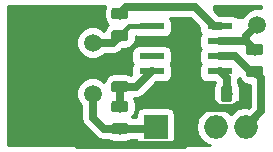
<source format=gbr>
G04 #@! TF.GenerationSoftware,KiCad,Pcbnew,(5.0.0)*
G04 #@! TF.CreationDate,2019-04-02T12:17:06-04:00*
G04 #@! TF.ProjectId,voltage-regulator-module,766F6C746167652D726567756C61746F,rev?*
G04 #@! TF.SameCoordinates,Original*
G04 #@! TF.FileFunction,Copper,L2,Bot,Signal*
G04 #@! TF.FilePolarity,Positive*
%FSLAX46Y46*%
G04 Gerber Fmt 4.6, Leading zero omitted, Abs format (unit mm)*
G04 Created by KiCad (PCBNEW (5.0.0)) date 04/02/19 12:17:06*
%MOMM*%
%LPD*%
G01*
G04 APERTURE LIST*
G04 #@! TA.AperFunction,ComponentPad*
%ADD10R,2.000000X2.000000*%
G04 #@! TD*
G04 #@! TA.AperFunction,ComponentPad*
%ADD11O,2.000000X2.000000*%
G04 #@! TD*
G04 #@! TA.AperFunction,SMDPad,CuDef*
%ADD12R,2.150000X0.600000*%
G04 #@! TD*
G04 #@! TA.AperFunction,SMDPad,CuDef*
%ADD13R,2.400000X3.100000*%
G04 #@! TD*
G04 #@! TA.AperFunction,Conductor*
%ADD14C,0.100000*%
G04 #@! TD*
G04 #@! TA.AperFunction,SMDPad,CuDef*
%ADD15C,0.975000*%
G04 #@! TD*
G04 #@! TA.AperFunction,ViaPad*
%ADD16C,1.500000*%
G04 #@! TD*
G04 #@! TA.AperFunction,ViaPad*
%ADD17C,0.793750*%
G04 #@! TD*
G04 #@! TA.AperFunction,Conductor*
%ADD18C,0.635000*%
G04 #@! TD*
G04 #@! TA.AperFunction,Conductor*
%ADD19C,0.381000*%
G04 #@! TD*
G04 #@! TA.AperFunction,Conductor*
%ADD20C,0.508000*%
G04 #@! TD*
G04 #@! TA.AperFunction,Conductor*
%ADD21C,0.254000*%
G04 #@! TD*
G04 #@! TA.AperFunction,NonConductor*
%ADD22C,0.254000*%
G04 #@! TD*
G04 APERTURE END LIST*
D10*
G04 #@! TO.P,J1,1*
G04 #@! TO.N,/Vout*
X191008000Y-125222000D03*
D11*
G04 #@! TO.P,J1,2*
G04 #@! TO.N,GND*
X193548000Y-125222000D03*
G04 #@! TO.P,J1,3*
G04 #@! TO.N,/Vin*
X196088000Y-125222000D03*
G04 #@! TO.P,J1,4*
G04 #@! TO.N,/EN*
X198628000Y-125222000D03*
G04 #@! TD*
D12*
G04 #@! TO.P,U1,1*
G04 #@! TO.N,Net-(C3-Pad2)*
X196423000Y-116713000D03*
G04 #@! TO.P,U1,2*
G04 #@! TO.N,/Vin*
X196423000Y-117983000D03*
G04 #@! TO.P,U1,3*
G04 #@! TO.N,/EN*
X196423000Y-119253000D03*
G04 #@! TO.P,U1,4*
G04 #@! TO.N,Net-(R2-Pad1)*
X196423000Y-120523000D03*
G04 #@! TO.P,U1,5*
G04 #@! TO.N,Net-(R3-Pad2)*
X190673000Y-120523000D03*
G04 #@! TO.P,U1,6*
G04 #@! TO.N,Net-(U1-Pad6)*
X190673000Y-119253000D03*
G04 #@! TO.P,U1,7*
G04 #@! TO.N,GND*
X190673000Y-117983000D03*
G04 #@! TO.P,U1,8*
G04 #@! TO.N,Net-(C3-Pad1)*
X190673000Y-116713000D03*
D13*
G04 #@! TO.P,U1,0*
G04 #@! TO.N,GND*
X193548000Y-118618000D03*
G04 #@! TD*
D14*
G04 #@! TO.N,Net-(C3-Pad1)*
G04 #@! TO.C,C3*
G36*
X188440142Y-117037174D02*
X188463803Y-117040684D01*
X188487007Y-117046496D01*
X188509529Y-117054554D01*
X188531153Y-117064782D01*
X188551670Y-117077079D01*
X188570883Y-117091329D01*
X188588607Y-117107393D01*
X188604671Y-117125117D01*
X188618921Y-117144330D01*
X188631218Y-117164847D01*
X188641446Y-117186471D01*
X188649504Y-117208993D01*
X188655316Y-117232197D01*
X188658826Y-117255858D01*
X188660000Y-117279750D01*
X188660000Y-117767250D01*
X188658826Y-117791142D01*
X188655316Y-117814803D01*
X188649504Y-117838007D01*
X188641446Y-117860529D01*
X188631218Y-117882153D01*
X188618921Y-117902670D01*
X188604671Y-117921883D01*
X188588607Y-117939607D01*
X188570883Y-117955671D01*
X188551670Y-117969921D01*
X188531153Y-117982218D01*
X188509529Y-117992446D01*
X188487007Y-118000504D01*
X188463803Y-118006316D01*
X188440142Y-118009826D01*
X188416250Y-118011000D01*
X187503750Y-118011000D01*
X187479858Y-118009826D01*
X187456197Y-118006316D01*
X187432993Y-118000504D01*
X187410471Y-117992446D01*
X187388847Y-117982218D01*
X187368330Y-117969921D01*
X187349117Y-117955671D01*
X187331393Y-117939607D01*
X187315329Y-117921883D01*
X187301079Y-117902670D01*
X187288782Y-117882153D01*
X187278554Y-117860529D01*
X187270496Y-117838007D01*
X187264684Y-117814803D01*
X187261174Y-117791142D01*
X187260000Y-117767250D01*
X187260000Y-117279750D01*
X187261174Y-117255858D01*
X187264684Y-117232197D01*
X187270496Y-117208993D01*
X187278554Y-117186471D01*
X187288782Y-117164847D01*
X187301079Y-117144330D01*
X187315329Y-117125117D01*
X187331393Y-117107393D01*
X187349117Y-117091329D01*
X187368330Y-117077079D01*
X187388847Y-117064782D01*
X187410471Y-117054554D01*
X187432993Y-117046496D01*
X187456197Y-117040684D01*
X187479858Y-117037174D01*
X187503750Y-117036000D01*
X188416250Y-117036000D01*
X188440142Y-117037174D01*
X188440142Y-117037174D01*
G37*
D15*
G04 #@! TD*
G04 #@! TO.P,C3,1*
G04 #@! TO.N,Net-(C3-Pad1)*
X187960000Y-117523500D03*
D14*
G04 #@! TO.N,Net-(C3-Pad2)*
G04 #@! TO.C,C3*
G36*
X188440142Y-115162174D02*
X188463803Y-115165684D01*
X188487007Y-115171496D01*
X188509529Y-115179554D01*
X188531153Y-115189782D01*
X188551670Y-115202079D01*
X188570883Y-115216329D01*
X188588607Y-115232393D01*
X188604671Y-115250117D01*
X188618921Y-115269330D01*
X188631218Y-115289847D01*
X188641446Y-115311471D01*
X188649504Y-115333993D01*
X188655316Y-115357197D01*
X188658826Y-115380858D01*
X188660000Y-115404750D01*
X188660000Y-115892250D01*
X188658826Y-115916142D01*
X188655316Y-115939803D01*
X188649504Y-115963007D01*
X188641446Y-115985529D01*
X188631218Y-116007153D01*
X188618921Y-116027670D01*
X188604671Y-116046883D01*
X188588607Y-116064607D01*
X188570883Y-116080671D01*
X188551670Y-116094921D01*
X188531153Y-116107218D01*
X188509529Y-116117446D01*
X188487007Y-116125504D01*
X188463803Y-116131316D01*
X188440142Y-116134826D01*
X188416250Y-116136000D01*
X187503750Y-116136000D01*
X187479858Y-116134826D01*
X187456197Y-116131316D01*
X187432993Y-116125504D01*
X187410471Y-116117446D01*
X187388847Y-116107218D01*
X187368330Y-116094921D01*
X187349117Y-116080671D01*
X187331393Y-116064607D01*
X187315329Y-116046883D01*
X187301079Y-116027670D01*
X187288782Y-116007153D01*
X187278554Y-115985529D01*
X187270496Y-115963007D01*
X187264684Y-115939803D01*
X187261174Y-115916142D01*
X187260000Y-115892250D01*
X187260000Y-115404750D01*
X187261174Y-115380858D01*
X187264684Y-115357197D01*
X187270496Y-115333993D01*
X187278554Y-115311471D01*
X187288782Y-115289847D01*
X187301079Y-115269330D01*
X187315329Y-115250117D01*
X187331393Y-115232393D01*
X187349117Y-115216329D01*
X187368330Y-115202079D01*
X187388847Y-115189782D01*
X187410471Y-115179554D01*
X187432993Y-115171496D01*
X187456197Y-115165684D01*
X187479858Y-115162174D01*
X187503750Y-115161000D01*
X188416250Y-115161000D01*
X188440142Y-115162174D01*
X188440142Y-115162174D01*
G37*
D15*
G04 #@! TD*
G04 #@! TO.P,C3,2*
G04 #@! TO.N,Net-(C3-Pad2)*
X187960000Y-115648500D03*
D14*
G04 #@! TO.N,/EN*
G04 #@! TO.C,R1*
G36*
X199870142Y-120085174D02*
X199893803Y-120088684D01*
X199917007Y-120094496D01*
X199939529Y-120102554D01*
X199961153Y-120112782D01*
X199981670Y-120125079D01*
X200000883Y-120139329D01*
X200018607Y-120155393D01*
X200034671Y-120173117D01*
X200048921Y-120192330D01*
X200061218Y-120212847D01*
X200071446Y-120234471D01*
X200079504Y-120256993D01*
X200085316Y-120280197D01*
X200088826Y-120303858D01*
X200090000Y-120327750D01*
X200090000Y-120815250D01*
X200088826Y-120839142D01*
X200085316Y-120862803D01*
X200079504Y-120886007D01*
X200071446Y-120908529D01*
X200061218Y-120930153D01*
X200048921Y-120950670D01*
X200034671Y-120969883D01*
X200018607Y-120987607D01*
X200000883Y-121003671D01*
X199981670Y-121017921D01*
X199961153Y-121030218D01*
X199939529Y-121040446D01*
X199917007Y-121048504D01*
X199893803Y-121054316D01*
X199870142Y-121057826D01*
X199846250Y-121059000D01*
X198933750Y-121059000D01*
X198909858Y-121057826D01*
X198886197Y-121054316D01*
X198862993Y-121048504D01*
X198840471Y-121040446D01*
X198818847Y-121030218D01*
X198798330Y-121017921D01*
X198779117Y-121003671D01*
X198761393Y-120987607D01*
X198745329Y-120969883D01*
X198731079Y-120950670D01*
X198718782Y-120930153D01*
X198708554Y-120908529D01*
X198700496Y-120886007D01*
X198694684Y-120862803D01*
X198691174Y-120839142D01*
X198690000Y-120815250D01*
X198690000Y-120327750D01*
X198691174Y-120303858D01*
X198694684Y-120280197D01*
X198700496Y-120256993D01*
X198708554Y-120234471D01*
X198718782Y-120212847D01*
X198731079Y-120192330D01*
X198745329Y-120173117D01*
X198761393Y-120155393D01*
X198779117Y-120139329D01*
X198798330Y-120125079D01*
X198818847Y-120112782D01*
X198840471Y-120102554D01*
X198862993Y-120094496D01*
X198886197Y-120088684D01*
X198909858Y-120085174D01*
X198933750Y-120084000D01*
X199846250Y-120084000D01*
X199870142Y-120085174D01*
X199870142Y-120085174D01*
G37*
D15*
G04 #@! TD*
G04 #@! TO.P,R1,2*
G04 #@! TO.N,/EN*
X199390000Y-120571500D03*
D14*
G04 #@! TO.N,/Vin*
G04 #@! TO.C,R1*
G36*
X199870142Y-118210174D02*
X199893803Y-118213684D01*
X199917007Y-118219496D01*
X199939529Y-118227554D01*
X199961153Y-118237782D01*
X199981670Y-118250079D01*
X200000883Y-118264329D01*
X200018607Y-118280393D01*
X200034671Y-118298117D01*
X200048921Y-118317330D01*
X200061218Y-118337847D01*
X200071446Y-118359471D01*
X200079504Y-118381993D01*
X200085316Y-118405197D01*
X200088826Y-118428858D01*
X200090000Y-118452750D01*
X200090000Y-118940250D01*
X200088826Y-118964142D01*
X200085316Y-118987803D01*
X200079504Y-119011007D01*
X200071446Y-119033529D01*
X200061218Y-119055153D01*
X200048921Y-119075670D01*
X200034671Y-119094883D01*
X200018607Y-119112607D01*
X200000883Y-119128671D01*
X199981670Y-119142921D01*
X199961153Y-119155218D01*
X199939529Y-119165446D01*
X199917007Y-119173504D01*
X199893803Y-119179316D01*
X199870142Y-119182826D01*
X199846250Y-119184000D01*
X198933750Y-119184000D01*
X198909858Y-119182826D01*
X198886197Y-119179316D01*
X198862993Y-119173504D01*
X198840471Y-119165446D01*
X198818847Y-119155218D01*
X198798330Y-119142921D01*
X198779117Y-119128671D01*
X198761393Y-119112607D01*
X198745329Y-119094883D01*
X198731079Y-119075670D01*
X198718782Y-119055153D01*
X198708554Y-119033529D01*
X198700496Y-119011007D01*
X198694684Y-118987803D01*
X198691174Y-118964142D01*
X198690000Y-118940250D01*
X198690000Y-118452750D01*
X198691174Y-118428858D01*
X198694684Y-118405197D01*
X198700496Y-118381993D01*
X198708554Y-118359471D01*
X198718782Y-118337847D01*
X198731079Y-118317330D01*
X198745329Y-118298117D01*
X198761393Y-118280393D01*
X198779117Y-118264329D01*
X198798330Y-118250079D01*
X198818847Y-118237782D01*
X198840471Y-118227554D01*
X198862993Y-118219496D01*
X198886197Y-118213684D01*
X198909858Y-118210174D01*
X198933750Y-118209000D01*
X199846250Y-118209000D01*
X199870142Y-118210174D01*
X199870142Y-118210174D01*
G37*
D15*
G04 #@! TD*
G04 #@! TO.P,R1,1*
G04 #@! TO.N,/Vin*
X199390000Y-118696500D03*
D14*
G04 #@! TO.N,Net-(R2-Pad1)*
G04 #@! TO.C,R2*
G36*
X197293142Y-121729174D02*
X197316803Y-121732684D01*
X197340007Y-121738496D01*
X197362529Y-121746554D01*
X197384153Y-121756782D01*
X197404670Y-121769079D01*
X197423883Y-121783329D01*
X197441607Y-121799393D01*
X197457671Y-121817117D01*
X197471921Y-121836330D01*
X197484218Y-121856847D01*
X197494446Y-121878471D01*
X197502504Y-121900993D01*
X197508316Y-121924197D01*
X197511826Y-121947858D01*
X197513000Y-121971750D01*
X197513000Y-122884250D01*
X197511826Y-122908142D01*
X197508316Y-122931803D01*
X197502504Y-122955007D01*
X197494446Y-122977529D01*
X197484218Y-122999153D01*
X197471921Y-123019670D01*
X197457671Y-123038883D01*
X197441607Y-123056607D01*
X197423883Y-123072671D01*
X197404670Y-123086921D01*
X197384153Y-123099218D01*
X197362529Y-123109446D01*
X197340007Y-123117504D01*
X197316803Y-123123316D01*
X197293142Y-123126826D01*
X197269250Y-123128000D01*
X196781750Y-123128000D01*
X196757858Y-123126826D01*
X196734197Y-123123316D01*
X196710993Y-123117504D01*
X196688471Y-123109446D01*
X196666847Y-123099218D01*
X196646330Y-123086921D01*
X196627117Y-123072671D01*
X196609393Y-123056607D01*
X196593329Y-123038883D01*
X196579079Y-123019670D01*
X196566782Y-122999153D01*
X196556554Y-122977529D01*
X196548496Y-122955007D01*
X196542684Y-122931803D01*
X196539174Y-122908142D01*
X196538000Y-122884250D01*
X196538000Y-121971750D01*
X196539174Y-121947858D01*
X196542684Y-121924197D01*
X196548496Y-121900993D01*
X196556554Y-121878471D01*
X196566782Y-121856847D01*
X196579079Y-121836330D01*
X196593329Y-121817117D01*
X196609393Y-121799393D01*
X196627117Y-121783329D01*
X196646330Y-121769079D01*
X196666847Y-121756782D01*
X196688471Y-121746554D01*
X196710993Y-121738496D01*
X196734197Y-121732684D01*
X196757858Y-121729174D01*
X196781750Y-121728000D01*
X197269250Y-121728000D01*
X197293142Y-121729174D01*
X197293142Y-121729174D01*
G37*
D15*
G04 #@! TD*
G04 #@! TO.P,R2,1*
G04 #@! TO.N,Net-(R2-Pad1)*
X197025500Y-122428000D03*
D14*
G04 #@! TO.N,GND*
G04 #@! TO.C,R2*
G36*
X195418142Y-121729174D02*
X195441803Y-121732684D01*
X195465007Y-121738496D01*
X195487529Y-121746554D01*
X195509153Y-121756782D01*
X195529670Y-121769079D01*
X195548883Y-121783329D01*
X195566607Y-121799393D01*
X195582671Y-121817117D01*
X195596921Y-121836330D01*
X195609218Y-121856847D01*
X195619446Y-121878471D01*
X195627504Y-121900993D01*
X195633316Y-121924197D01*
X195636826Y-121947858D01*
X195638000Y-121971750D01*
X195638000Y-122884250D01*
X195636826Y-122908142D01*
X195633316Y-122931803D01*
X195627504Y-122955007D01*
X195619446Y-122977529D01*
X195609218Y-122999153D01*
X195596921Y-123019670D01*
X195582671Y-123038883D01*
X195566607Y-123056607D01*
X195548883Y-123072671D01*
X195529670Y-123086921D01*
X195509153Y-123099218D01*
X195487529Y-123109446D01*
X195465007Y-123117504D01*
X195441803Y-123123316D01*
X195418142Y-123126826D01*
X195394250Y-123128000D01*
X194906750Y-123128000D01*
X194882858Y-123126826D01*
X194859197Y-123123316D01*
X194835993Y-123117504D01*
X194813471Y-123109446D01*
X194791847Y-123099218D01*
X194771330Y-123086921D01*
X194752117Y-123072671D01*
X194734393Y-123056607D01*
X194718329Y-123038883D01*
X194704079Y-123019670D01*
X194691782Y-122999153D01*
X194681554Y-122977529D01*
X194673496Y-122955007D01*
X194667684Y-122931803D01*
X194664174Y-122908142D01*
X194663000Y-122884250D01*
X194663000Y-121971750D01*
X194664174Y-121947858D01*
X194667684Y-121924197D01*
X194673496Y-121900993D01*
X194681554Y-121878471D01*
X194691782Y-121856847D01*
X194704079Y-121836330D01*
X194718329Y-121817117D01*
X194734393Y-121799393D01*
X194752117Y-121783329D01*
X194771330Y-121769079D01*
X194791847Y-121756782D01*
X194813471Y-121746554D01*
X194835993Y-121738496D01*
X194859197Y-121732684D01*
X194882858Y-121729174D01*
X194906750Y-121728000D01*
X195394250Y-121728000D01*
X195418142Y-121729174D01*
X195418142Y-121729174D01*
G37*
D15*
G04 #@! TD*
G04 #@! TO.P,R2,2*
G04 #@! TO.N,GND*
X195150500Y-122428000D03*
D14*
G04 #@! TO.N,Net-(R3-Pad2)*
G04 #@! TO.C,R3*
G36*
X188440142Y-123036174D02*
X188463803Y-123039684D01*
X188487007Y-123045496D01*
X188509529Y-123053554D01*
X188531153Y-123063782D01*
X188551670Y-123076079D01*
X188570883Y-123090329D01*
X188588607Y-123106393D01*
X188604671Y-123124117D01*
X188618921Y-123143330D01*
X188631218Y-123163847D01*
X188641446Y-123185471D01*
X188649504Y-123207993D01*
X188655316Y-123231197D01*
X188658826Y-123254858D01*
X188660000Y-123278750D01*
X188660000Y-123766250D01*
X188658826Y-123790142D01*
X188655316Y-123813803D01*
X188649504Y-123837007D01*
X188641446Y-123859529D01*
X188631218Y-123881153D01*
X188618921Y-123901670D01*
X188604671Y-123920883D01*
X188588607Y-123938607D01*
X188570883Y-123954671D01*
X188551670Y-123968921D01*
X188531153Y-123981218D01*
X188509529Y-123991446D01*
X188487007Y-123999504D01*
X188463803Y-124005316D01*
X188440142Y-124008826D01*
X188416250Y-124010000D01*
X187503750Y-124010000D01*
X187479858Y-124008826D01*
X187456197Y-124005316D01*
X187432993Y-123999504D01*
X187410471Y-123991446D01*
X187388847Y-123981218D01*
X187368330Y-123968921D01*
X187349117Y-123954671D01*
X187331393Y-123938607D01*
X187315329Y-123920883D01*
X187301079Y-123901670D01*
X187288782Y-123881153D01*
X187278554Y-123859529D01*
X187270496Y-123837007D01*
X187264684Y-123813803D01*
X187261174Y-123790142D01*
X187260000Y-123766250D01*
X187260000Y-123278750D01*
X187261174Y-123254858D01*
X187264684Y-123231197D01*
X187270496Y-123207993D01*
X187278554Y-123185471D01*
X187288782Y-123163847D01*
X187301079Y-123143330D01*
X187315329Y-123124117D01*
X187331393Y-123106393D01*
X187349117Y-123090329D01*
X187368330Y-123076079D01*
X187388847Y-123063782D01*
X187410471Y-123053554D01*
X187432993Y-123045496D01*
X187456197Y-123039684D01*
X187479858Y-123036174D01*
X187503750Y-123035000D01*
X188416250Y-123035000D01*
X188440142Y-123036174D01*
X188440142Y-123036174D01*
G37*
D15*
G04 #@! TD*
G04 #@! TO.P,R3,2*
G04 #@! TO.N,Net-(R3-Pad2)*
X187960000Y-123522500D03*
D14*
G04 #@! TO.N,/Vout*
G04 #@! TO.C,R3*
G36*
X188440142Y-124911174D02*
X188463803Y-124914684D01*
X188487007Y-124920496D01*
X188509529Y-124928554D01*
X188531153Y-124938782D01*
X188551670Y-124951079D01*
X188570883Y-124965329D01*
X188588607Y-124981393D01*
X188604671Y-124999117D01*
X188618921Y-125018330D01*
X188631218Y-125038847D01*
X188641446Y-125060471D01*
X188649504Y-125082993D01*
X188655316Y-125106197D01*
X188658826Y-125129858D01*
X188660000Y-125153750D01*
X188660000Y-125641250D01*
X188658826Y-125665142D01*
X188655316Y-125688803D01*
X188649504Y-125712007D01*
X188641446Y-125734529D01*
X188631218Y-125756153D01*
X188618921Y-125776670D01*
X188604671Y-125795883D01*
X188588607Y-125813607D01*
X188570883Y-125829671D01*
X188551670Y-125843921D01*
X188531153Y-125856218D01*
X188509529Y-125866446D01*
X188487007Y-125874504D01*
X188463803Y-125880316D01*
X188440142Y-125883826D01*
X188416250Y-125885000D01*
X187503750Y-125885000D01*
X187479858Y-125883826D01*
X187456197Y-125880316D01*
X187432993Y-125874504D01*
X187410471Y-125866446D01*
X187388847Y-125856218D01*
X187368330Y-125843921D01*
X187349117Y-125829671D01*
X187331393Y-125813607D01*
X187315329Y-125795883D01*
X187301079Y-125776670D01*
X187288782Y-125756153D01*
X187278554Y-125734529D01*
X187270496Y-125712007D01*
X187264684Y-125688803D01*
X187261174Y-125665142D01*
X187260000Y-125641250D01*
X187260000Y-125153750D01*
X187261174Y-125129858D01*
X187264684Y-125106197D01*
X187270496Y-125082993D01*
X187278554Y-125060471D01*
X187288782Y-125038847D01*
X187301079Y-125018330D01*
X187315329Y-124999117D01*
X187331393Y-124981393D01*
X187349117Y-124965329D01*
X187368330Y-124951079D01*
X187388847Y-124938782D01*
X187410471Y-124928554D01*
X187432993Y-124920496D01*
X187456197Y-124914684D01*
X187479858Y-124911174D01*
X187503750Y-124910000D01*
X188416250Y-124910000D01*
X188440142Y-124911174D01*
X188440142Y-124911174D01*
G37*
D15*
G04 #@! TD*
G04 #@! TO.P,R3,1*
G04 #@! TO.N,/Vout*
X187960000Y-125397500D03*
D14*
G04 #@! TO.N,Net-(R3-Pad2)*
G04 #@! TO.C,R4*
G36*
X188440142Y-121355174D02*
X188463803Y-121358684D01*
X188487007Y-121364496D01*
X188509529Y-121372554D01*
X188531153Y-121382782D01*
X188551670Y-121395079D01*
X188570883Y-121409329D01*
X188588607Y-121425393D01*
X188604671Y-121443117D01*
X188618921Y-121462330D01*
X188631218Y-121482847D01*
X188641446Y-121504471D01*
X188649504Y-121526993D01*
X188655316Y-121550197D01*
X188658826Y-121573858D01*
X188660000Y-121597750D01*
X188660000Y-122085250D01*
X188658826Y-122109142D01*
X188655316Y-122132803D01*
X188649504Y-122156007D01*
X188641446Y-122178529D01*
X188631218Y-122200153D01*
X188618921Y-122220670D01*
X188604671Y-122239883D01*
X188588607Y-122257607D01*
X188570883Y-122273671D01*
X188551670Y-122287921D01*
X188531153Y-122300218D01*
X188509529Y-122310446D01*
X188487007Y-122318504D01*
X188463803Y-122324316D01*
X188440142Y-122327826D01*
X188416250Y-122329000D01*
X187503750Y-122329000D01*
X187479858Y-122327826D01*
X187456197Y-122324316D01*
X187432993Y-122318504D01*
X187410471Y-122310446D01*
X187388847Y-122300218D01*
X187368330Y-122287921D01*
X187349117Y-122273671D01*
X187331393Y-122257607D01*
X187315329Y-122239883D01*
X187301079Y-122220670D01*
X187288782Y-122200153D01*
X187278554Y-122178529D01*
X187270496Y-122156007D01*
X187264684Y-122132803D01*
X187261174Y-122109142D01*
X187260000Y-122085250D01*
X187260000Y-121597750D01*
X187261174Y-121573858D01*
X187264684Y-121550197D01*
X187270496Y-121526993D01*
X187278554Y-121504471D01*
X187288782Y-121482847D01*
X187301079Y-121462330D01*
X187315329Y-121443117D01*
X187331393Y-121425393D01*
X187349117Y-121409329D01*
X187368330Y-121395079D01*
X187388847Y-121382782D01*
X187410471Y-121372554D01*
X187432993Y-121364496D01*
X187456197Y-121358684D01*
X187479858Y-121355174D01*
X187503750Y-121354000D01*
X188416250Y-121354000D01*
X188440142Y-121355174D01*
X188440142Y-121355174D01*
G37*
D15*
G04 #@! TD*
G04 #@! TO.P,R4,1*
G04 #@! TO.N,Net-(R3-Pad2)*
X187960000Y-121841500D03*
D14*
G04 #@! TO.N,GND*
G04 #@! TO.C,R4*
G36*
X188440142Y-119480174D02*
X188463803Y-119483684D01*
X188487007Y-119489496D01*
X188509529Y-119497554D01*
X188531153Y-119507782D01*
X188551670Y-119520079D01*
X188570883Y-119534329D01*
X188588607Y-119550393D01*
X188604671Y-119568117D01*
X188618921Y-119587330D01*
X188631218Y-119607847D01*
X188641446Y-119629471D01*
X188649504Y-119651993D01*
X188655316Y-119675197D01*
X188658826Y-119698858D01*
X188660000Y-119722750D01*
X188660000Y-120210250D01*
X188658826Y-120234142D01*
X188655316Y-120257803D01*
X188649504Y-120281007D01*
X188641446Y-120303529D01*
X188631218Y-120325153D01*
X188618921Y-120345670D01*
X188604671Y-120364883D01*
X188588607Y-120382607D01*
X188570883Y-120398671D01*
X188551670Y-120412921D01*
X188531153Y-120425218D01*
X188509529Y-120435446D01*
X188487007Y-120443504D01*
X188463803Y-120449316D01*
X188440142Y-120452826D01*
X188416250Y-120454000D01*
X187503750Y-120454000D01*
X187479858Y-120452826D01*
X187456197Y-120449316D01*
X187432993Y-120443504D01*
X187410471Y-120435446D01*
X187388847Y-120425218D01*
X187368330Y-120412921D01*
X187349117Y-120398671D01*
X187331393Y-120382607D01*
X187315329Y-120364883D01*
X187301079Y-120345670D01*
X187288782Y-120325153D01*
X187278554Y-120303529D01*
X187270496Y-120281007D01*
X187264684Y-120257803D01*
X187261174Y-120234142D01*
X187260000Y-120210250D01*
X187260000Y-119722750D01*
X187261174Y-119698858D01*
X187264684Y-119675197D01*
X187270496Y-119651993D01*
X187278554Y-119629471D01*
X187288782Y-119607847D01*
X187301079Y-119587330D01*
X187315329Y-119568117D01*
X187331393Y-119550393D01*
X187349117Y-119534329D01*
X187368330Y-119520079D01*
X187388847Y-119507782D01*
X187410471Y-119497554D01*
X187432993Y-119489496D01*
X187456197Y-119483684D01*
X187479858Y-119480174D01*
X187503750Y-119479000D01*
X188416250Y-119479000D01*
X188440142Y-119480174D01*
X188440142Y-119480174D01*
G37*
D15*
G04 #@! TD*
G04 #@! TO.P,R4,2*
G04 #@! TO.N,GND*
X187960000Y-119966500D03*
D16*
G04 #@! TO.N,/Vin*
X199631782Y-116586000D03*
D17*
G04 #@! TO.N,GND*
X194056000Y-119380000D03*
D16*
X193294000Y-122428000D03*
X185674000Y-115824000D03*
D17*
X192786000Y-119380000D03*
X192786000Y-120396000D03*
X194056000Y-120396000D03*
X198397735Y-123282419D03*
D16*
G04 #@! TO.N,Net-(C3-Pad1)*
X185674000Y-118109290D03*
G04 #@! TO.N,/Vout*
X185674000Y-122428000D03*
G04 #@! TD*
D18*
G04 #@! TO.N,/Vin*
X198676500Y-117983000D02*
X196423000Y-117983000D01*
X199390000Y-118696500D02*
X198676500Y-117983000D01*
X198676500Y-117983000D02*
X198676500Y-117541282D01*
X198881783Y-117335999D02*
X199631782Y-116586000D01*
X198676500Y-117541282D02*
X198881783Y-117335999D01*
D19*
G04 #@! TO.N,GND*
X193548000Y-122603500D02*
X193372500Y-122428000D01*
X193548000Y-125222000D02*
X193548000Y-122603500D01*
X193372500Y-118793500D02*
X193548000Y-118618000D01*
X193372500Y-122428000D02*
X193372500Y-120142000D01*
X189611000Y-117983000D02*
X190673000Y-117983000D01*
X187960000Y-119966500D02*
X188214000Y-119380000D01*
X187960000Y-119634000D02*
X189611000Y-117983000D01*
X192913000Y-117983000D02*
X193548000Y-118618000D01*
X190673000Y-117983000D02*
X192913000Y-117983000D01*
X197485001Y-123570999D02*
X197866000Y-123190000D01*
X197358000Y-123698000D02*
X197485001Y-123570999D01*
X193548000Y-125222000D02*
X195072000Y-123698000D01*
X195072000Y-123698000D02*
X197358000Y-123698000D01*
X192786000Y-119380000D02*
X192786000Y-119380000D01*
X192786000Y-119380000D02*
X193548000Y-118618000D01*
X188214000Y-119380000D02*
X187960000Y-119634000D01*
X193372500Y-120142000D02*
X193372500Y-118793500D01*
D18*
X195247500Y-122428000D02*
X195247500Y-121698500D01*
X193548000Y-126636213D02*
X193438213Y-126746000D01*
X193548000Y-125222000D02*
X193548000Y-126636213D01*
X193438213Y-126746000D02*
X184404000Y-126746000D01*
X184404000Y-126746000D02*
X183388000Y-125730000D01*
X183388000Y-118110000D02*
X185674000Y-115824000D01*
X183388000Y-125730000D02*
X183388000Y-118110000D01*
D20*
X195706737Y-122984237D02*
X195150500Y-122428000D01*
X196307710Y-123585210D02*
X195706737Y-122984237D01*
X198094944Y-123585210D02*
X196307710Y-123585210D01*
X198397735Y-123282419D02*
X198094944Y-123585210D01*
D19*
G04 #@! TO.N,Net-(C3-Pad1)*
X188770500Y-116713000D02*
X190673000Y-116713000D01*
X187960000Y-117523500D02*
X188770500Y-116713000D01*
D18*
X186734660Y-118109290D02*
X185674000Y-118109290D01*
X187374210Y-118109290D02*
X186734660Y-118109290D01*
X187960000Y-117523500D02*
X187374210Y-118109290D01*
G04 #@! TO.N,Net-(C3-Pad2)*
X195961000Y-116713000D02*
X196423000Y-116713000D01*
X194340263Y-115092263D02*
X195961000Y-116713000D01*
X187960000Y-115648500D02*
X188516237Y-115092263D01*
X188516237Y-115092263D02*
X194340263Y-115092263D01*
G04 #@! TO.N,/Vout*
X190832500Y-125397500D02*
X191008000Y-125222000D01*
X187960000Y-125397500D02*
X190832500Y-125397500D01*
X186611500Y-125397500D02*
X187960000Y-125397500D01*
X185674000Y-122428000D02*
X185674000Y-124460000D01*
X185674000Y-124460000D02*
X186611500Y-125397500D01*
G04 #@! TO.N,/EN*
X197739000Y-119253000D02*
X196423000Y-119253000D01*
X199390000Y-120571500D02*
X199057500Y-120571500D01*
X199057500Y-120571500D02*
X197739000Y-119253000D01*
X198628000Y-125222000D02*
X199946237Y-123903763D01*
X199946237Y-121127737D02*
X199390000Y-120571500D01*
X199946237Y-123903763D02*
X199946237Y-121127737D01*
G04 #@! TO.N,Net-(R2-Pad1)*
X197025500Y-121125500D02*
X196423000Y-120523000D01*
X197025500Y-122428000D02*
X197025500Y-121125500D01*
G04 #@! TO.N,Net-(R3-Pad2)*
X189354500Y-121841500D02*
X190673000Y-120523000D01*
X187960000Y-121841500D02*
X189354500Y-121841500D01*
X187960000Y-123522500D02*
X187960000Y-121841500D01*
G04 #@! TD*
D21*
G04 #@! TO.N,GND*
G36*
X186680398Y-115063706D02*
X186612560Y-115404750D01*
X186612560Y-115892250D01*
X186680398Y-116233294D01*
X186873584Y-116522416D01*
X186968744Y-116586000D01*
X186873584Y-116649584D01*
X186680398Y-116938706D01*
X186644180Y-117120783D01*
X186458540Y-116935143D01*
X185949494Y-116724290D01*
X185398506Y-116724290D01*
X184889460Y-116935143D01*
X184499853Y-117324750D01*
X184289000Y-117833796D01*
X184289000Y-118384784D01*
X184499853Y-118893830D01*
X184889460Y-119283437D01*
X185398506Y-119494290D01*
X185949494Y-119494290D01*
X186458540Y-119283437D01*
X186680187Y-119061790D01*
X187280400Y-119061790D01*
X187374210Y-119080450D01*
X187468020Y-119061790D01*
X187745857Y-119006525D01*
X188060924Y-118796004D01*
X188114067Y-118716470D01*
X188172097Y-118658440D01*
X188416250Y-118658440D01*
X188757294Y-118590602D01*
X189046416Y-118397416D01*
X189239602Y-118108294D01*
X189307440Y-117767250D01*
X189307440Y-117582562D01*
X189350235Y-117611157D01*
X189598000Y-117660440D01*
X191748000Y-117660440D01*
X191995765Y-117611157D01*
X192205809Y-117470809D01*
X192346157Y-117260765D01*
X192395440Y-117013000D01*
X192395440Y-116413000D01*
X192346157Y-116165235D01*
X192265660Y-116044763D01*
X193945726Y-116044763D01*
X194700560Y-116799598D01*
X194700560Y-117013000D01*
X194749843Y-117260765D01*
X194808132Y-117348000D01*
X194749843Y-117435235D01*
X194700560Y-117683000D01*
X194700560Y-118283000D01*
X194749843Y-118530765D01*
X194808132Y-118618000D01*
X194749843Y-118705235D01*
X194700560Y-118953000D01*
X194700560Y-119553000D01*
X194749843Y-119800765D01*
X194808132Y-119888000D01*
X194749843Y-119975235D01*
X194700560Y-120223000D01*
X194700560Y-120823000D01*
X194749843Y-121070765D01*
X194890191Y-121280809D01*
X195100235Y-121421157D01*
X195348000Y-121470440D01*
X196023403Y-121470440D01*
X196048629Y-121495666D01*
X195958398Y-121630706D01*
X195890560Y-121971750D01*
X195890560Y-122884250D01*
X195958398Y-123225294D01*
X196151584Y-123514416D01*
X196264953Y-123590167D01*
X196249031Y-123587000D01*
X195926969Y-123587000D01*
X195450055Y-123681864D01*
X194909231Y-124043231D01*
X194547864Y-124584055D01*
X194420969Y-125222000D01*
X194547864Y-125859945D01*
X194909231Y-126400769D01*
X195450055Y-126762136D01*
X195630356Y-126798000D01*
X192288925Y-126798000D01*
X192465809Y-126679809D01*
X192606157Y-126469765D01*
X192655440Y-126222000D01*
X192655440Y-124222000D01*
X192606157Y-123974235D01*
X192465809Y-123764191D01*
X192255765Y-123623843D01*
X192008000Y-123574560D01*
X190008000Y-123574560D01*
X189760235Y-123623843D01*
X189550191Y-123764191D01*
X189409843Y-123974235D01*
X189360560Y-124222000D01*
X189360560Y-124445000D01*
X188973705Y-124445000D01*
X189046416Y-124396416D01*
X189239602Y-124107294D01*
X189307440Y-123766250D01*
X189307440Y-123278750D01*
X189239602Y-122937706D01*
X189143580Y-122794000D01*
X189260690Y-122794000D01*
X189354500Y-122812660D01*
X189448310Y-122794000D01*
X189726147Y-122738735D01*
X190041214Y-122528214D01*
X190094356Y-122448681D01*
X191072599Y-121470440D01*
X191748000Y-121470440D01*
X191995765Y-121421157D01*
X192205809Y-121280809D01*
X192346157Y-121070765D01*
X192395440Y-120823000D01*
X192395440Y-120223000D01*
X192346157Y-119975235D01*
X192287868Y-119888000D01*
X192346157Y-119800765D01*
X192395440Y-119553000D01*
X192395440Y-118953000D01*
X192346157Y-118705235D01*
X192205809Y-118495191D01*
X191995765Y-118354843D01*
X191748000Y-118305560D01*
X189598000Y-118305560D01*
X189350235Y-118354843D01*
X189140191Y-118495191D01*
X188999843Y-118705235D01*
X188950560Y-118953000D01*
X188950560Y-119553000D01*
X188999843Y-119800765D01*
X189058132Y-119888000D01*
X188999843Y-119975235D01*
X188950560Y-120223000D01*
X188950560Y-120823000D01*
X188963070Y-120885893D01*
X188959963Y-120889000D01*
X188928807Y-120889000D01*
X188757294Y-120774398D01*
X188416250Y-120706560D01*
X187503750Y-120706560D01*
X187162706Y-120774398D01*
X186873584Y-120967584D01*
X186680398Y-121256706D01*
X186644063Y-121439376D01*
X186458540Y-121253853D01*
X185949494Y-121043000D01*
X185398506Y-121043000D01*
X184889460Y-121253853D01*
X184499853Y-121643460D01*
X184289000Y-122152506D01*
X184289000Y-122703494D01*
X184499853Y-123212540D01*
X184721500Y-123434187D01*
X184721501Y-124366185D01*
X184702840Y-124460000D01*
X184776765Y-124831646D01*
X184805682Y-124874923D01*
X184987287Y-125146714D01*
X185066817Y-125199854D01*
X185871645Y-126004683D01*
X185924786Y-126084214D01*
X186239853Y-126294735D01*
X186517690Y-126350000D01*
X186611499Y-126368660D01*
X186705308Y-126350000D01*
X186991193Y-126350000D01*
X187162706Y-126464602D01*
X187503750Y-126532440D01*
X188416250Y-126532440D01*
X188757294Y-126464602D01*
X188928807Y-126350000D01*
X189386021Y-126350000D01*
X189409843Y-126469765D01*
X189550191Y-126679809D01*
X189727075Y-126798000D01*
X178510000Y-126798000D01*
X178510000Y-115010000D01*
X186716283Y-115010000D01*
X186680398Y-115063706D01*
X186680398Y-115063706D01*
G37*
X186680398Y-115063706D02*
X186612560Y-115404750D01*
X186612560Y-115892250D01*
X186680398Y-116233294D01*
X186873584Y-116522416D01*
X186968744Y-116586000D01*
X186873584Y-116649584D01*
X186680398Y-116938706D01*
X186644180Y-117120783D01*
X186458540Y-116935143D01*
X185949494Y-116724290D01*
X185398506Y-116724290D01*
X184889460Y-116935143D01*
X184499853Y-117324750D01*
X184289000Y-117833796D01*
X184289000Y-118384784D01*
X184499853Y-118893830D01*
X184889460Y-119283437D01*
X185398506Y-119494290D01*
X185949494Y-119494290D01*
X186458540Y-119283437D01*
X186680187Y-119061790D01*
X187280400Y-119061790D01*
X187374210Y-119080450D01*
X187468020Y-119061790D01*
X187745857Y-119006525D01*
X188060924Y-118796004D01*
X188114067Y-118716470D01*
X188172097Y-118658440D01*
X188416250Y-118658440D01*
X188757294Y-118590602D01*
X189046416Y-118397416D01*
X189239602Y-118108294D01*
X189307440Y-117767250D01*
X189307440Y-117582562D01*
X189350235Y-117611157D01*
X189598000Y-117660440D01*
X191748000Y-117660440D01*
X191995765Y-117611157D01*
X192205809Y-117470809D01*
X192346157Y-117260765D01*
X192395440Y-117013000D01*
X192395440Y-116413000D01*
X192346157Y-116165235D01*
X192265660Y-116044763D01*
X193945726Y-116044763D01*
X194700560Y-116799598D01*
X194700560Y-117013000D01*
X194749843Y-117260765D01*
X194808132Y-117348000D01*
X194749843Y-117435235D01*
X194700560Y-117683000D01*
X194700560Y-118283000D01*
X194749843Y-118530765D01*
X194808132Y-118618000D01*
X194749843Y-118705235D01*
X194700560Y-118953000D01*
X194700560Y-119553000D01*
X194749843Y-119800765D01*
X194808132Y-119888000D01*
X194749843Y-119975235D01*
X194700560Y-120223000D01*
X194700560Y-120823000D01*
X194749843Y-121070765D01*
X194890191Y-121280809D01*
X195100235Y-121421157D01*
X195348000Y-121470440D01*
X196023403Y-121470440D01*
X196048629Y-121495666D01*
X195958398Y-121630706D01*
X195890560Y-121971750D01*
X195890560Y-122884250D01*
X195958398Y-123225294D01*
X196151584Y-123514416D01*
X196264953Y-123590167D01*
X196249031Y-123587000D01*
X195926969Y-123587000D01*
X195450055Y-123681864D01*
X194909231Y-124043231D01*
X194547864Y-124584055D01*
X194420969Y-125222000D01*
X194547864Y-125859945D01*
X194909231Y-126400769D01*
X195450055Y-126762136D01*
X195630356Y-126798000D01*
X192288925Y-126798000D01*
X192465809Y-126679809D01*
X192606157Y-126469765D01*
X192655440Y-126222000D01*
X192655440Y-124222000D01*
X192606157Y-123974235D01*
X192465809Y-123764191D01*
X192255765Y-123623843D01*
X192008000Y-123574560D01*
X190008000Y-123574560D01*
X189760235Y-123623843D01*
X189550191Y-123764191D01*
X189409843Y-123974235D01*
X189360560Y-124222000D01*
X189360560Y-124445000D01*
X188973705Y-124445000D01*
X189046416Y-124396416D01*
X189239602Y-124107294D01*
X189307440Y-123766250D01*
X189307440Y-123278750D01*
X189239602Y-122937706D01*
X189143580Y-122794000D01*
X189260690Y-122794000D01*
X189354500Y-122812660D01*
X189448310Y-122794000D01*
X189726147Y-122738735D01*
X190041214Y-122528214D01*
X190094356Y-122448681D01*
X191072599Y-121470440D01*
X191748000Y-121470440D01*
X191995765Y-121421157D01*
X192205809Y-121280809D01*
X192346157Y-121070765D01*
X192395440Y-120823000D01*
X192395440Y-120223000D01*
X192346157Y-119975235D01*
X192287868Y-119888000D01*
X192346157Y-119800765D01*
X192395440Y-119553000D01*
X192395440Y-118953000D01*
X192346157Y-118705235D01*
X192205809Y-118495191D01*
X191995765Y-118354843D01*
X191748000Y-118305560D01*
X189598000Y-118305560D01*
X189350235Y-118354843D01*
X189140191Y-118495191D01*
X188999843Y-118705235D01*
X188950560Y-118953000D01*
X188950560Y-119553000D01*
X188999843Y-119800765D01*
X189058132Y-119888000D01*
X188999843Y-119975235D01*
X188950560Y-120223000D01*
X188950560Y-120823000D01*
X188963070Y-120885893D01*
X188959963Y-120889000D01*
X188928807Y-120889000D01*
X188757294Y-120774398D01*
X188416250Y-120706560D01*
X187503750Y-120706560D01*
X187162706Y-120774398D01*
X186873584Y-120967584D01*
X186680398Y-121256706D01*
X186644063Y-121439376D01*
X186458540Y-121253853D01*
X185949494Y-121043000D01*
X185398506Y-121043000D01*
X184889460Y-121253853D01*
X184499853Y-121643460D01*
X184289000Y-122152506D01*
X184289000Y-122703494D01*
X184499853Y-123212540D01*
X184721500Y-123434187D01*
X184721501Y-124366185D01*
X184702840Y-124460000D01*
X184776765Y-124831646D01*
X184805682Y-124874923D01*
X184987287Y-125146714D01*
X185066817Y-125199854D01*
X185871645Y-126004683D01*
X185924786Y-126084214D01*
X186239853Y-126294735D01*
X186517690Y-126350000D01*
X186611499Y-126368660D01*
X186705308Y-126350000D01*
X186991193Y-126350000D01*
X187162706Y-126464602D01*
X187503750Y-126532440D01*
X188416250Y-126532440D01*
X188757294Y-126464602D01*
X188928807Y-126350000D01*
X189386021Y-126350000D01*
X189409843Y-126469765D01*
X189550191Y-126679809D01*
X189727075Y-126798000D01*
X178510000Y-126798000D01*
X178510000Y-115010000D01*
X186716283Y-115010000D01*
X186680398Y-115063706D01*
G36*
X198110398Y-121156294D02*
X198303584Y-121445416D01*
X198592706Y-121638602D01*
X198933750Y-121706440D01*
X198993738Y-121706440D01*
X198993737Y-123509224D01*
X198894902Y-123608059D01*
X198789031Y-123587000D01*
X198466969Y-123587000D01*
X197990055Y-123681864D01*
X197449231Y-124043231D01*
X197358000Y-124179768D01*
X197266769Y-124043231D01*
X196865991Y-123775440D01*
X197269250Y-123775440D01*
X197610294Y-123707602D01*
X197899416Y-123514416D01*
X198092602Y-123225294D01*
X198160440Y-122884250D01*
X198160440Y-121971750D01*
X198092602Y-121630706D01*
X197978000Y-121459193D01*
X197978000Y-121247598D01*
X198094021Y-121073962D01*
X198110398Y-121156294D01*
X198110398Y-121156294D01*
G37*
X198110398Y-121156294D02*
X198303584Y-121445416D01*
X198592706Y-121638602D01*
X198933750Y-121706440D01*
X198993738Y-121706440D01*
X198993737Y-123509224D01*
X198894902Y-123608059D01*
X198789031Y-123587000D01*
X198466969Y-123587000D01*
X197990055Y-123681864D01*
X197449231Y-124043231D01*
X197358000Y-124179768D01*
X197266769Y-124043231D01*
X196865991Y-123775440D01*
X197269250Y-123775440D01*
X197610294Y-123707602D01*
X197899416Y-123514416D01*
X198092602Y-123225294D01*
X198160440Y-122884250D01*
X198160440Y-121971750D01*
X198092602Y-121630706D01*
X197978000Y-121459193D01*
X197978000Y-121247598D01*
X198094021Y-121073962D01*
X198110398Y-121156294D01*
D22*
G36*
X199950000Y-115218697D02*
X199907276Y-115201000D01*
X199356288Y-115201000D01*
X198847242Y-115411853D01*
X198457635Y-115801460D01*
X198395694Y-115951000D01*
X197949537Y-115951000D01*
X197745765Y-115814843D01*
X197498000Y-115765560D01*
X196542248Y-115765560D01*
X196516810Y-115760500D01*
X196355538Y-115760500D01*
X195961000Y-115365963D01*
X195961000Y-115010000D01*
X199950000Y-115010000D01*
X199950000Y-115218697D01*
X199950000Y-115218697D01*
G37*
X199950000Y-115218697D02*
X199907276Y-115201000D01*
X199356288Y-115201000D01*
X198847242Y-115411853D01*
X198457635Y-115801460D01*
X198395694Y-115951000D01*
X197949537Y-115951000D01*
X197745765Y-115814843D01*
X197498000Y-115765560D01*
X196542248Y-115765560D01*
X196516810Y-115760500D01*
X196355538Y-115760500D01*
X195961000Y-115365963D01*
X195961000Y-115010000D01*
X199950000Y-115010000D01*
X199950000Y-115218697D01*
G04 #@! TD*
M02*

</source>
